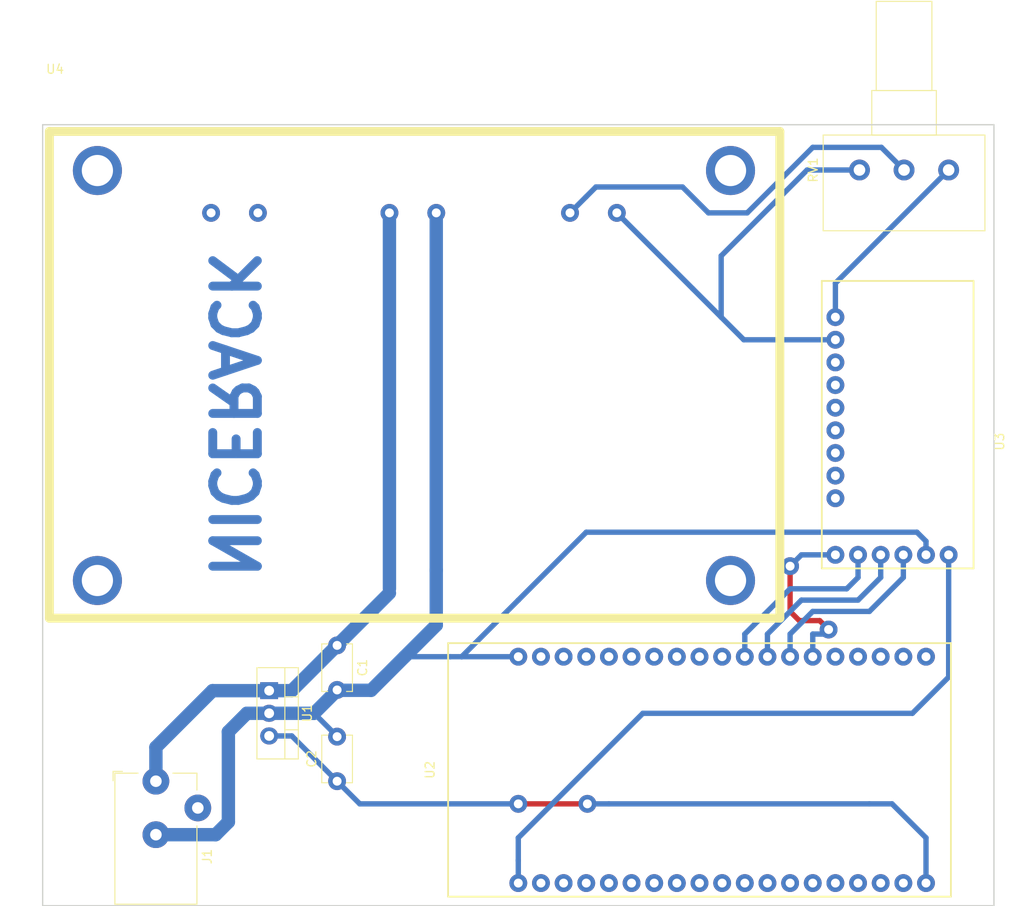
<source format=kicad_pcb>
(kicad_pcb (version 20171130) (host pcbnew "(5.0.1-3-g963ef8bb5)")

  (general
    (thickness 1.6)
    (drawings 5)
    (tracks 93)
    (zones 0)
    (modules 8)
    (nets 50)
  )

  (page A4)
  (layers
    (0 F.Cu signal)
    (31 B.Cu signal)
    (32 B.Adhes user)
    (33 F.Adhes user)
    (34 B.Paste user)
    (35 F.Paste user)
    (36 B.SilkS user)
    (37 F.SilkS user)
    (38 B.Mask user)
    (39 F.Mask user)
    (40 Dwgs.User user)
    (41 Cmts.User user)
    (42 Eco1.User user)
    (43 Eco2.User user)
    (44 Edge.Cuts user)
    (45 Margin user)
    (46 B.CrtYd user)
    (47 F.CrtYd user)
    (48 B.Fab user)
    (49 F.Fab user)
  )

  (setup
    (last_trace_width 0.6)
    (trace_clearance 0.5)
    (zone_clearance 0.508)
    (zone_45_only no)
    (trace_min 0.2)
    (segment_width 0.2)
    (edge_width 0.15)
    (via_size 2)
    (via_drill 1)
    (via_min_size 0.4)
    (via_min_drill 0.3)
    (uvia_size 0.3)
    (uvia_drill 0.1)
    (uvias_allowed no)
    (uvia_min_size 0.2)
    (uvia_min_drill 0.1)
    (pcb_text_width 0.3)
    (pcb_text_size 1.5 1.5)
    (mod_edge_width 0.15)
    (mod_text_size 1 1)
    (mod_text_width 0.15)
    (pad_size 2 2)
    (pad_drill 1)
    (pad_to_mask_clearance 0.051)
    (solder_mask_min_width 0.25)
    (aux_axis_origin 0 0)
    (visible_elements FFFFFF7F)
    (pcbplotparams
      (layerselection 0x01000_ffffffff)
      (usegerberextensions false)
      (usegerberattributes false)
      (usegerberadvancedattributes false)
      (creategerberjobfile false)
      (excludeedgelayer true)
      (linewidth 0.100000)
      (plotframeref false)
      (viasonmask false)
      (mode 1)
      (useauxorigin false)
      (hpglpennumber 1)
      (hpglpenspeed 20)
      (hpglpendiameter 15.000000)
      (psnegative false)
      (psa4output false)
      (plotreference true)
      (plotvalue true)
      (plotinvisibletext false)
      (padsonsilk false)
      (subtractmaskfromsilk false)
      (outputformat 1)
      (mirror false)
      (drillshape 0)
      (scaleselection 1)
      (outputdirectory "../../../../../../../Volumes/NO NAME/"))
  )

  (net 0 "")
  (net 1 /OUT-)
  (net 2 /OUT+)
  (net 3 +12V)
  (net 4 GND)
  (net 5 "Net-(RV1-Pad2)")
  (net 6 +3V3)
  (net 7 /WS)
  (net 8 /DO)
  (net 9 /BCK)
  (net 10 /MCK)
  (net 11 "Net-(U3-Pad7)")
  (net 12 "Net-(U3-Pad8)")
  (net 13 "Net-(U3-Pad9)")
  (net 14 "Net-(U3-Pad10)")
  (net 15 "Net-(U3-Pad11)")
  (net 16 "Net-(U3-Pad12)")
  (net 17 /IN+)
  (net 18 "Net-(U2-Pad2)")
  (net 19 "Net-(U2-Pad3)")
  (net 20 "Net-(U2-Pad4)")
  (net 21 "Net-(U2-Pad5)")
  (net 22 "Net-(U2-Pad6)")
  (net 23 "Net-(U2-Pad11)")
  (net 24 /DBUG)
  (net 25 "Net-(U2-Pad13)")
  (net 26 "Net-(U2-Pad15)")
  (net 27 "Net-(U2-Pad16)")
  (net 28 "Net-(U2-Pad17)")
  (net 29 "Net-(U2-Pad18)")
  (net 30 +5V)
  (net 31 "Net-(U2-Pad21)")
  (net 32 "Net-(U2-Pad22)")
  (net 33 "Net-(U2-Pad23)")
  (net 34 "Net-(U2-Pad24)")
  (net 35 "Net-(U2-Pad25)")
  (net 36 "Net-(U2-Pad27)")
  (net 37 "Net-(U2-Pad28)")
  (net 38 "Net-(U2-Pad34)")
  (net 39 "Net-(U2-Pad35)")
  (net 40 "Net-(U2-Pad36)")
  (net 41 "Net-(U2-Pad37)")
  (net 42 "Net-(U2-Pad38)")
  (net 43 "Net-(J1-Pad3)")
  (net 44 "Net-(U2-Pad7)")
  (net 45 "Net-(U2-Pad8)")
  (net 46 "Net-(U2-Pad9)")
  (net 47 "Net-(U2-Pad10)")
  (net 48 "Net-(U2-Pad29)")
  (net 49 GNDA)

  (net_class Default "This is the default net class."
    (clearance 0.5)
    (trace_width 0.6)
    (via_dia 2)
    (via_drill 1)
    (uvia_dia 0.3)
    (uvia_drill 0.1)
    (add_net +12V)
    (add_net +3V3)
    (add_net +5V)
    (add_net /BCK)
    (add_net /DBUG)
    (add_net /DO)
    (add_net /IN+)
    (add_net /MCK)
    (add_net /OUT+)
    (add_net /OUT-)
    (add_net /WS)
    (add_net GND)
    (add_net GNDA)
    (add_net "Net-(J1-Pad3)")
    (add_net "Net-(RV1-Pad2)")
    (add_net "Net-(U2-Pad10)")
    (add_net "Net-(U2-Pad11)")
    (add_net "Net-(U2-Pad13)")
    (add_net "Net-(U2-Pad15)")
    (add_net "Net-(U2-Pad16)")
    (add_net "Net-(U2-Pad17)")
    (add_net "Net-(U2-Pad18)")
    (add_net "Net-(U2-Pad2)")
    (add_net "Net-(U2-Pad21)")
    (add_net "Net-(U2-Pad22)")
    (add_net "Net-(U2-Pad23)")
    (add_net "Net-(U2-Pad24)")
    (add_net "Net-(U2-Pad25)")
    (add_net "Net-(U2-Pad27)")
    (add_net "Net-(U2-Pad28)")
    (add_net "Net-(U2-Pad29)")
    (add_net "Net-(U2-Pad3)")
    (add_net "Net-(U2-Pad34)")
    (add_net "Net-(U2-Pad35)")
    (add_net "Net-(U2-Pad36)")
    (add_net "Net-(U2-Pad37)")
    (add_net "Net-(U2-Pad38)")
    (add_net "Net-(U2-Pad4)")
    (add_net "Net-(U2-Pad5)")
    (add_net "Net-(U2-Pad6)")
    (add_net "Net-(U2-Pad7)")
    (add_net "Net-(U2-Pad8)")
    (add_net "Net-(U2-Pad9)")
    (add_net "Net-(U3-Pad10)")
    (add_net "Net-(U3-Pad11)")
    (add_net "Net-(U3-Pad12)")
    (add_net "Net-(U3-Pad7)")
    (add_net "Net-(U3-Pad8)")
    (add_net "Net-(U3-Pad9)")
  )

  (module "gregoryx:ESP32 DEVKITC" (layer F.Cu) (tedit 6271D2A4) (tstamp 627E0800)
    (at 104.14 118.11 90)
    (path /626EC3CB)
    (fp_text reference U2 (at 0 -7.366 90) (layer F.SilkS)
      (effects (font (size 1 1) (thickness 0.15)))
    )
    (fp_text value ESP32DEVKITC (at 0 -9.906 90) (layer F.Fab)
      (effects (font (size 1 1) (thickness 0.15)))
    )
    (fp_line (start -14.224 53.34) (end -14.224 -5.334) (layer F.CrtYd) (width 0.2))
    (fp_line (start 14.224 53.34) (end -14.224 53.34) (layer F.CrtYd) (width 0.2))
    (fp_line (start 14.224 -5.334) (end 14.224 53.34) (layer F.CrtYd) (width 0.2))
    (fp_line (start -14.224 -5.334) (end 14.224 -5.334) (layer F.CrtYd) (width 0.2))
    (fp_line (start -14.224 51.054) (end -14.224 -5.334) (layer F.SilkS) (width 0.2))
    (fp_line (start 14.224 51.054) (end -14.224 51.054) (layer F.SilkS) (width 0.2))
    (fp_line (start 14.224 -5.334) (end 14.224 51.054) (layer F.SilkS) (width 0.2))
    (fp_line (start -14.224 -5.334) (end 14.224 -5.334) (layer F.SilkS) (width 0.2))
    (fp_line (start -13.97 50.8) (end -13.97 -5.08) (layer F.Fab) (width 0.2))
    (fp_line (start 13.97 50.8) (end -13.97 50.8) (layer F.Fab) (width 0.2))
    (fp_line (start 13.97 -5.08) (end 13.97 50.8) (layer F.Fab) (width 0.2))
    (fp_line (start -13.97 -5.08) (end 13.97 -5.08) (layer F.Fab) (width 0.2))
    (pad 38 thru_hole circle (at 12.7 48.26 90) (size 2 2) (drill 1) (layers *.Cu *.Mask)
      (net 42 "Net-(U2-Pad38)"))
    (pad 37 thru_hole circle (at 12.7 45.72 90) (size 2 2) (drill 1) (layers *.Cu *.Mask)
      (net 41 "Net-(U2-Pad37)"))
    (pad 36 thru_hole circle (at 12.7 43.18 90) (size 2 2) (drill 1) (layers *.Cu *.Mask)
      (net 40 "Net-(U2-Pad36)"))
    (pad 35 thru_hole circle (at 12.7 40.64 90) (size 2 2) (drill 1) (layers *.Cu *.Mask)
      (net 39 "Net-(U2-Pad35)"))
    (pad 34 thru_hole circle (at 12.7 38.1 90) (size 2 2) (drill 1) (layers *.Cu *.Mask)
      (net 38 "Net-(U2-Pad34)"))
    (pad 33 thru_hole circle (at 12.7 35.56 90) (size 2 2) (drill 1) (layers *.Cu *.Mask)
      (net 10 /MCK))
    (pad 32 thru_hole circle (at 12.7 33.02 90) (size 2 2) (drill 1) (layers *.Cu *.Mask)
      (net 7 /WS))
    (pad 31 thru_hole circle (at 12.7 30.48 90) (size 2 2) (drill 1) (layers *.Cu *.Mask)
      (net 8 /DO))
    (pad 30 thru_hole circle (at 12.7 27.94 90) (size 2 2) (drill 1) (layers *.Cu *.Mask)
      (net 9 /BCK))
    (pad 29 thru_hole circle (at 12.7 25.4 90) (size 2 2) (drill 1) (layers *.Cu *.Mask)
      (net 48 "Net-(U2-Pad29)"))
    (pad 28 thru_hole circle (at 12.7 22.86 90) (size 2 2) (drill 1) (layers *.Cu *.Mask)
      (net 37 "Net-(U2-Pad28)"))
    (pad 27 thru_hole circle (at 12.7 20.32 90) (size 2 2) (drill 1) (layers *.Cu *.Mask)
      (net 36 "Net-(U2-Pad27)"))
    (pad 26 thru_hole circle (at 12.7 17.78 90) (size 2 2) (drill 1) (layers *.Cu *.Mask)
      (net 4 GND))
    (pad 25 thru_hole circle (at 12.7 15.24 90) (size 2 2) (drill 1) (layers *.Cu *.Mask)
      (net 35 "Net-(U2-Pad25)"))
    (pad 24 thru_hole circle (at 12.7 12.7 90) (size 2 2) (drill 1) (layers *.Cu *.Mask)
      (net 34 "Net-(U2-Pad24)"))
    (pad 23 thru_hole circle (at 12.7 10.16 90) (size 2 2) (drill 1) (layers *.Cu *.Mask)
      (net 33 "Net-(U2-Pad23)"))
    (pad 22 thru_hole circle (at 12.7 7.62 90) (size 2 2) (drill 1) (layers *.Cu *.Mask)
      (net 32 "Net-(U2-Pad22)"))
    (pad 21 thru_hole circle (at 12.7 5.08 90) (size 2 2) (drill 1) (layers *.Cu *.Mask)
      (net 31 "Net-(U2-Pad21)"))
    (pad 20 thru_hole circle (at 12.7 2.54 90) (size 2 2) (drill 1) (layers *.Cu *.Mask)
      (net 4 GND))
    (pad 19 thru_hole circle (at -12.7 48.26 90) (size 2 2) (drill 1) (layers *.Cu *.Mask)
      (net 30 +5V))
    (pad 18 thru_hole circle (at -12.7 45.72 90) (size 2 2) (drill 1) (layers *.Cu *.Mask)
      (net 29 "Net-(U2-Pad18)"))
    (pad 17 thru_hole circle (at -12.7 43.18 90) (size 2 2) (drill 1) (layers *.Cu *.Mask)
      (net 28 "Net-(U2-Pad17)"))
    (pad 16 thru_hole circle (at -12.7 40.64 90) (size 2 2) (drill 1) (layers *.Cu *.Mask)
      (net 27 "Net-(U2-Pad16)"))
    (pad 15 thru_hole circle (at -12.7 38.1 90) (size 2 2) (drill 1) (layers *.Cu *.Mask)
      (net 26 "Net-(U2-Pad15)"))
    (pad 14 thru_hole circle (at -12.7 35.56 90) (size 2 2) (drill 1) (layers *.Cu *.Mask)
      (net 4 GND))
    (pad 13 thru_hole circle (at -12.7 33.02 90) (size 2 2) (drill 1) (layers *.Cu *.Mask)
      (net 25 "Net-(U2-Pad13)"))
    (pad 12 thru_hole circle (at -12.7 30.48 90) (size 2 2) (drill 1) (layers *.Cu *.Mask)
      (net 24 /DBUG))
    (pad 11 thru_hole circle (at -12.7 27.94 90) (size 2 2) (drill 1) (layers *.Cu *.Mask)
      (net 23 "Net-(U2-Pad11)"))
    (pad 10 thru_hole circle (at -12.7 25.4 90) (size 2 2) (drill 1) (layers *.Cu *.Mask)
      (net 47 "Net-(U2-Pad10)"))
    (pad 9 thru_hole circle (at -12.7 22.86 90) (size 2 2) (drill 1) (layers *.Cu *.Mask)
      (net 46 "Net-(U2-Pad9)"))
    (pad 8 thru_hole circle (at -12.7 20.32 90) (size 2 2) (drill 1) (layers *.Cu *.Mask)
      (net 45 "Net-(U2-Pad8)"))
    (pad 7 thru_hole circle (at -12.7 17.78 90) (size 2 2) (drill 1) (layers *.Cu *.Mask)
      (net 44 "Net-(U2-Pad7)"))
    (pad 6 thru_hole circle (at -12.7 15.24 90) (size 2 2) (drill 1) (layers *.Cu *.Mask)
      (net 22 "Net-(U2-Pad6)"))
    (pad 5 thru_hole circle (at -12.7 12.7 90) (size 2 2) (drill 1) (layers *.Cu *.Mask)
      (net 21 "Net-(U2-Pad5)"))
    (pad 4 thru_hole circle (at -12.7 10.16 90) (size 2 2) (drill 1) (layers *.Cu *.Mask)
      (net 20 "Net-(U2-Pad4)"))
    (pad 3 thru_hole circle (at -12.7 7.62 90) (size 2 2) (drill 1) (layers *.Cu *.Mask)
      (net 19 "Net-(U2-Pad3)"))
    (pad 2 thru_hole circle (at -12.7 5.08 90) (size 2 2) (drill 1) (layers *.Cu *.Mask)
      (net 18 "Net-(U2-Pad2)"))
    (pad 1 thru_hole circle (at -12.7 2.54 90) (size 2 2) (drill 1) (layers *.Cu *.Mask)
      (net 6 +3V3))
  )

  (module gregoryx:TPA3116_BOARD (layer F.Cu) (tedit 6271659C) (tstamp 627E07AB)
    (at 54.729001 47.109001)
    (path /62724331)
    (fp_text reference U4 (at 0 -7.62) (layer F.SilkS)
      (effects (font (size 1 1) (thickness 0.15)))
    )
    (fp_text value TPA3116_BOARD (at 0 -10.16) (layer F.Fab)
      (effects (font (size 1 1) (thickness 0.15)))
    )
    (fp_line (start 0 0) (end 80.5 0) (layer F.Fab) (width 1))
    (fp_line (start 80.645 0) (end 80.645 53.5) (layer F.Fab) (width 1))
    (fp_line (start 80.645 53.5) (end 0 53.5) (layer F.Fab) (width 1))
    (fp_line (start 0 53.34) (end 0 0) (layer F.Fab) (width 1))
    (fp_line (start -0.635 -0.635) (end 81.28 -0.635) (layer F.SilkS) (width 1))
    (fp_line (start 81.28 -0.635) (end 81.28 53.975) (layer F.SilkS) (width 1))
    (fp_line (start 81.28 53.975) (end -0.635 53.975) (layer F.SilkS) (width 1))
    (fp_line (start -0.635 53.975) (end -0.635 -0.635) (layer F.SilkS) (width 1))
    (fp_line (start -0.635 -0.635) (end 81.28 -0.635) (layer F.CrtYd) (width 1))
    (fp_line (start 81.28 -0.635) (end 81.28 53.975) (layer F.CrtYd) (width 1))
    (fp_line (start 81.28 53.975) (end -0.635 53.975) (layer F.CrtYd) (width 1))
    (fp_line (start -0.635 53.975) (end -0.635 -0.635) (layer F.CrtYd) (width 1))
    (pad "" thru_hole circle (at 4.75 3.75) (size 5.5 5.5) (drill 3.5) (layers *.Cu *.Mask))
    (pad "" thru_hole circle (at 75.75 3.75) (size 5.5 5.5) (drill 3.5) (layers *.Cu *.Mask))
    (pad "" thru_hole circle (at 4.75 49.75) (size 5.5 5.5) (drill 3.5) (layers *.Cu *.Mask))
    (pad "" thru_hole circle (at 75.75 49.75) (size 5.5 5.5) (drill 3.5) (layers *.Cu *.Mask))
    (pad 6 thru_hole circle (at 17.5 8.5) (size 2 2) (drill 1) (layers *.Cu *.Mask)
      (net 1 /OUT-))
    (pad 5 thru_hole circle (at 22.75 8.5) (size 2 2) (drill 1) (layers *.Cu *.Mask)
      (net 2 /OUT+))
    (pad 4 thru_hole circle (at 37.5 8.5) (size 2 2) (drill 1) (layers *.Cu *.Mask)
      (net 3 +12V))
    (pad 3 thru_hole circle (at 42.75 8.5) (size 2 2) (drill 1) (layers *.Cu *.Mask)
      (net 4 GND))
    (pad 2 thru_hole circle (at 57.75 8.5) (size 2 2) (drill 1) (layers *.Cu *.Mask)
      (net 5 "Net-(RV1-Pad2)"))
    (pad 1 thru_hole circle (at 63 8.5) (size 2 2) (drill 1) (layers *.Cu *.Mask)
      (net 49 GNDA))
  )

  (module gregoryx:PCM5102_BREAKOUT (layer F.Cu) (tedit 626EBB80) (tstamp 627E07CA)
    (at 157.48 81.28 270)
    (path /626ED34D)
    (fp_text reference U3 (at 0 -3.175 270) (layer F.SilkS)
      (effects (font (size 1 1) (thickness 0.15)))
    )
    (fp_text value PCM5102_BREAKOUT (at 0 -5.08 270) (layer F.Fab)
      (effects (font (size 1 1) (thickness 0.15)))
    )
    (fp_line (start 13.97 0) (end 13.97 16.51) (layer F.Fab) (width 0.2))
    (fp_line (start 13.97 16.51) (end -17.78 16.51) (layer F.Fab) (width 0.2))
    (fp_line (start -17.78 16.51) (end -17.78 0) (layer F.Fab) (width 0.2))
    (fp_line (start -17.78 0) (end 13.97 0) (layer F.Fab) (width 0.2))
    (fp_line (start -18.034 -0.254) (end 14.224 -0.254) (layer F.SilkS) (width 0.2))
    (fp_line (start 14.224 -0.254) (end 14.224 16.764) (layer F.SilkS) (width 0.2))
    (fp_line (start 14.224 16.764) (end -18.034 16.764) (layer F.SilkS) (width 0.2))
    (fp_line (start -18.034 16.764) (end -18.034 -0.254) (layer F.SilkS) (width 0.2))
    (fp_line (start -18.415 -1.27) (end 14.605 -1.27) (layer F.CrtYd) (width 0.2))
    (fp_line (start 14.605 -1.27) (end 14.605 17.145) (layer F.CrtYd) (width 0.2))
    (fp_line (start 14.605 17.145) (end -18.415 17.145) (layer F.CrtYd) (width 0.2))
    (fp_line (start -18.415 17.145) (end -18.415 -1.27) (layer F.CrtYd) (width 0.2))
    (pad 1 thru_hole circle (at 12.7 2.54 270) (size 2 2) (drill 1) (layers *.Cu *.Mask)
      (net 6 +3V3))
    (pad 2 thru_hole circle (at 12.7 5.08 270) (size 2 2) (drill 1) (layers *.Cu *.Mask)
      (net 4 GND))
    (pad 3 thru_hole circle (at 12.7 7.62 270) (size 2 2) (drill 1) (layers *.Cu *.Mask)
      (net 7 /WS))
    (pad 4 thru_hole circle (at 12.7 10.16 270) (size 2 2) (drill 1) (layers *.Cu *.Mask)
      (net 8 /DO))
    (pad 5 thru_hole circle (at 12.7 12.7 270) (size 2 2) (drill 1) (layers *.Cu *.Mask)
      (net 9 /BCK))
    (pad 6 thru_hole circle (at 12.7 15.24 270) (size 2 2) (drill 1) (layers *.Cu *.Mask)
      (net 10 /MCK))
    (pad 7 thru_hole circle (at 6.35 15.24 270) (size 2 2) (drill 1) (layers *.Cu *.Mask)
      (net 11 "Net-(U3-Pad7)"))
    (pad 8 thru_hole circle (at 3.81 15.24 270) (size 2 2) (drill 1) (layers *.Cu *.Mask)
      (net 12 "Net-(U3-Pad8)"))
    (pad 9 thru_hole circle (at 1.27 15.24 270) (size 2 2) (drill 1) (layers *.Cu *.Mask)
      (net 13 "Net-(U3-Pad9)"))
    (pad 10 thru_hole circle (at -1.27 15.24 270) (size 2 2) (drill 1) (layers *.Cu *.Mask)
      (net 14 "Net-(U3-Pad10)"))
    (pad "" thru_hole circle (at -3.81 15.24 270) (size 2 2) (drill 1) (layers *.Cu *.Mask))
    (pad 11 thru_hole circle (at -6.35 15.24 270) (size 2 2) (drill 1) (layers *.Cu *.Mask)
      (net 15 "Net-(U3-Pad11)"))
    (pad 12 thru_hole circle (at -8.89 15.24 270) (size 2 2) (drill 1) (layers *.Cu *.Mask)
      (net 16 "Net-(U3-Pad12)"))
    (pad 13 thru_hole circle (at -11.43 15.24 270) (size 2 2) (drill 1) (layers *.Cu *.Mask)
      (net 49 GNDA))
    (pad 14 thru_hole circle (at -13.97 15.24 270) (size 2 2) (drill 1) (layers *.Cu *.Mask)
      (net 17 /IN+))
  )

  (module gregoryx:2.1mm_barrel (layer F.Cu) (tedit 627174A3) (tstamp 627E0823)
    (at 66.04 119.38 90)
    (descr "DC Barrel Jack")
    (tags "Power Jack")
    (path /626EC626)
    (fp_text reference J1 (at -8.45 5.75 90) (layer F.SilkS)
      (effects (font (size 1 1) (thickness 0.15)))
    )
    (fp_text value Conn_01x03_Female (at -6.2 -5.5 90) (layer F.Fab)
      (effects (font (size 1 1) (thickness 0.15)))
    )
    (fp_text user %R (at -3 -2.95 90) (layer F.Fab)
      (effects (font (size 1 1) (thickness 0.15)))
    )
    (fp_line (start -0.003213 -4.505425) (end 0.8 -3.75) (layer F.Fab) (width 0.1))
    (fp_line (start 1.1 -3.75) (end 1.1 -4.8) (layer F.SilkS) (width 0.12))
    (fp_line (start 0.05 -4.8) (end 1.1 -4.8) (layer F.SilkS) (width 0.12))
    (fp_line (start 1 -4.5) (end 1 -4.75) (layer F.CrtYd) (width 0.05))
    (fp_line (start 1 -4.75) (end -14 -4.75) (layer F.CrtYd) (width 0.05))
    (fp_line (start 1 -4.5) (end 1 -2) (layer F.CrtYd) (width 0.05))
    (fp_line (start 1 -2) (end 2 -2) (layer F.CrtYd) (width 0.05))
    (fp_line (start 2 -2) (end 2 2) (layer F.CrtYd) (width 0.05))
    (fp_line (start 2 2) (end 1 2) (layer F.CrtYd) (width 0.05))
    (fp_line (start 1 2) (end 1 4.75) (layer F.CrtYd) (width 0.05))
    (fp_line (start 1 4.75) (end -1 4.75) (layer F.CrtYd) (width 0.05))
    (fp_line (start -1 4.75) (end -1 6.75) (layer F.CrtYd) (width 0.05))
    (fp_line (start -1 6.75) (end -5 6.75) (layer F.CrtYd) (width 0.05))
    (fp_line (start -5 6.75) (end -5 4.75) (layer F.CrtYd) (width 0.05))
    (fp_line (start -5 4.75) (end -14 4.75) (layer F.CrtYd) (width 0.05))
    (fp_line (start -14 4.75) (end -14 -4.75) (layer F.CrtYd) (width 0.05))
    (fp_line (start -5 4.6) (end -13.8 4.6) (layer F.SilkS) (width 0.12))
    (fp_line (start -13.8 4.6) (end -13.8 -4.6) (layer F.SilkS) (width 0.12))
    (fp_line (start 0.9 1.9) (end 0.9 4.6) (layer F.SilkS) (width 0.12))
    (fp_line (start 0.9 4.6) (end -1 4.6) (layer F.SilkS) (width 0.12))
    (fp_line (start -13.8 -4.6) (end 0.9 -4.6) (layer F.SilkS) (width 0.12))
    (fp_line (start 0.9 -4.6) (end 0.9 -2) (layer F.SilkS) (width 0.12))
    (fp_line (start -10.2 -4.5) (end -10.2 4.5) (layer F.Fab) (width 0.1))
    (fp_line (start -13.7 -4.5) (end -13.7 4.5) (layer F.Fab) (width 0.1))
    (fp_line (start -13.7 4.5) (end 0.8 4.5) (layer F.Fab) (width 0.1))
    (fp_line (start 0.8 4.5) (end 0.8 -3.75) (layer F.Fab) (width 0.1))
    (fp_line (start 0 -4.5) (end -13.7 -4.5) (layer F.Fab) (width 0.1))
    (pad 1 thru_hole circle (at 0 0 90) (size 3 3) (drill 1.3) (layers *.Cu *.Mask)
      (net 3 +12V))
    (pad 2 thru_hole circle (at -6 0 90) (size 3 3) (drill 1.3) (layers *.Cu *.Mask)
      (net 4 GND))
    (pad 3 thru_hole circle (at -3 4.7 90) (size 3 3) (drill 1.3) (layers *.Cu *.Mask)
      (net 43 "Net-(J1-Pad3)"))
    (model ${KISYS3DMOD}/Connector_BarrelJack.3dshapes/BarrelJack_Horizontal.wrl
      (at (xyz 0 0 0))
      (scale (xyz 1 1 1))
      (rotate (xyz 0 0 0))
    )
  )

  (module Potentiometer_THT:Potentiometer_Alps_RK163_Single_Horizontal (layer F.Cu) (tedit 5A3D4993) (tstamp 627E085C)
    (at 154.94 50.8 90)
    (descr "Potentiometer, horizontal, Alps RK163 Single, http://www.alps.com/prod/info/E/HTML/Potentiometer/RotaryPotentiometers/RK16/RK16_list.html")
    (tags "Potentiometer horizontal Alps RK163 Single")
    (path /626EC739)
    (fp_text reference RV1 (at 0 -15.2 90) (layer F.SilkS)
      (effects (font (size 1 1) (thickness 0.15)))
    )
    (fp_text value R_POT (at 0 5.2 90) (layer F.Fab)
      (effects (font (size 1 1) (thickness 0.15)))
    )
    (fp_line (start -6.7 -13.95) (end -6.7 3.95) (layer F.Fab) (width 0.1))
    (fp_line (start -6.7 3.95) (end 3.8 3.95) (layer F.Fab) (width 0.1))
    (fp_line (start 3.8 3.95) (end 3.8 -13.95) (layer F.Fab) (width 0.1))
    (fp_line (start 3.8 -13.95) (end -6.7 -13.95) (layer F.Fab) (width 0.1))
    (fp_line (start 3.8 -8.5) (end 3.8 -1.5) (layer F.Fab) (width 0.1))
    (fp_line (start 3.8 -1.5) (end 8.8 -1.5) (layer F.Fab) (width 0.1))
    (fp_line (start 8.8 -1.5) (end 8.8 -8.5) (layer F.Fab) (width 0.1))
    (fp_line (start 8.8 -8.5) (end 3.8 -8.5) (layer F.Fab) (width 0.1))
    (fp_line (start 8.8 -8) (end 8.8 -2) (layer F.Fab) (width 0.1))
    (fp_line (start 8.8 -2) (end 18.8 -2) (layer F.Fab) (width 0.1))
    (fp_line (start 18.8 -2) (end 18.8 -8) (layer F.Fab) (width 0.1))
    (fp_line (start 18.8 -8) (end 8.8 -8) (layer F.Fab) (width 0.1))
    (fp_line (start -6.82 -14.07) (end 3.92 -14.07) (layer F.SilkS) (width 0.12))
    (fp_line (start -6.82 4.07) (end 3.92 4.07) (layer F.SilkS) (width 0.12))
    (fp_line (start -6.82 -14.07) (end -6.82 4.07) (layer F.SilkS) (width 0.12))
    (fp_line (start 3.92 -14.07) (end 3.92 4.07) (layer F.SilkS) (width 0.12))
    (fp_line (start 3.92 -8.62) (end 8.92 -8.62) (layer F.SilkS) (width 0.12))
    (fp_line (start 3.92 -1.38) (end 8.92 -1.38) (layer F.SilkS) (width 0.12))
    (fp_line (start 3.92 -8.62) (end 3.92 -1.38) (layer F.SilkS) (width 0.12))
    (fp_line (start 8.92 -8.62) (end 8.92 -1.38) (layer F.SilkS) (width 0.12))
    (fp_line (start 8.92 -8.12) (end 18.92 -8.12) (layer F.SilkS) (width 0.12))
    (fp_line (start 8.92 -1.879) (end 18.92 -1.879) (layer F.SilkS) (width 0.12))
    (fp_line (start 8.92 -8.12) (end 8.92 -1.879) (layer F.SilkS) (width 0.12))
    (fp_line (start 18.92 -8.12) (end 18.92 -1.879) (layer F.SilkS) (width 0.12))
    (fp_line (start -6.95 -14.2) (end -6.95 4.2) (layer F.CrtYd) (width 0.05))
    (fp_line (start -6.95 4.2) (end 19.05 4.2) (layer F.CrtYd) (width 0.05))
    (fp_line (start 19.05 4.2) (end 19.05 -14.2) (layer F.CrtYd) (width 0.05))
    (fp_line (start 19.05 -14.2) (end -6.95 -14.2) (layer F.CrtYd) (width 0.05))
    (fp_text user %R (at -1.45 -5 90) (layer F.Fab)
      (effects (font (size 1 1) (thickness 0.15)))
    )
    (pad 3 thru_hole circle (at 0 -10 90) (size 2.34 2.34) (drill 1.3) (layers *.Cu *.Mask)
      (net 49 GNDA))
    (pad 2 thru_hole circle (at 0 -5 90) (size 2.34 2.34) (drill 1.3) (layers *.Cu *.Mask)
      (net 5 "Net-(RV1-Pad2)"))
    (pad 1 thru_hole circle (at 0 0 90) (size 2.34 2.34) (drill 1.3) (layers *.Cu *.Mask)
      (net 17 /IN+))
    (model ${KISYS3DMOD}/Potentiometer_THT.3dshapes/Potentiometer_Alps_RK163_Single_Horizontal.wrl
      (at (xyz 0 0 0))
      (scale (xyz 1 1 1))
      (rotate (xyz 0 0 0))
    )
  )

  (module Package_TO_SOT_THT:TO-220-3_Vertical (layer F.Cu) (tedit 5AC8BA0D) (tstamp 627E0876)
    (at 78.74 109.22 270)
    (descr "TO-220-3, Vertical, RM 2.54mm, see https://www.vishay.com/docs/66542/to-220-1.pdf")
    (tags "TO-220-3 Vertical RM 2.54mm")
    (path /626EC4FC)
    (fp_text reference U1 (at 2.54 -4.27 270) (layer F.SilkS)
      (effects (font (size 1 1) (thickness 0.15)))
    )
    (fp_text value L7805 (at 2.54 2.5 270) (layer F.Fab)
      (effects (font (size 1 1) (thickness 0.15)))
    )
    (fp_line (start -2.46 -3.15) (end -2.46 1.25) (layer F.Fab) (width 0.1))
    (fp_line (start -2.46 1.25) (end 7.54 1.25) (layer F.Fab) (width 0.1))
    (fp_line (start 7.54 1.25) (end 7.54 -3.15) (layer F.Fab) (width 0.1))
    (fp_line (start 7.54 -3.15) (end -2.46 -3.15) (layer F.Fab) (width 0.1))
    (fp_line (start -2.46 -1.88) (end 7.54 -1.88) (layer F.Fab) (width 0.1))
    (fp_line (start 0.69 -3.15) (end 0.69 -1.88) (layer F.Fab) (width 0.1))
    (fp_line (start 4.39 -3.15) (end 4.39 -1.88) (layer F.Fab) (width 0.1))
    (fp_line (start -2.58 -3.27) (end 7.66 -3.27) (layer F.SilkS) (width 0.12))
    (fp_line (start -2.58 1.371) (end 7.66 1.371) (layer F.SilkS) (width 0.12))
    (fp_line (start -2.58 -3.27) (end -2.58 1.371) (layer F.SilkS) (width 0.12))
    (fp_line (start 7.66 -3.27) (end 7.66 1.371) (layer F.SilkS) (width 0.12))
    (fp_line (start -2.58 -1.76) (end 7.66 -1.76) (layer F.SilkS) (width 0.12))
    (fp_line (start 0.69 -3.27) (end 0.69 -1.76) (layer F.SilkS) (width 0.12))
    (fp_line (start 4.391 -3.27) (end 4.391 -1.76) (layer F.SilkS) (width 0.12))
    (fp_line (start -2.71 -3.4) (end -2.71 1.51) (layer F.CrtYd) (width 0.05))
    (fp_line (start -2.71 1.51) (end 7.79 1.51) (layer F.CrtYd) (width 0.05))
    (fp_line (start 7.79 1.51) (end 7.79 -3.4) (layer F.CrtYd) (width 0.05))
    (fp_line (start 7.79 -3.4) (end -2.71 -3.4) (layer F.CrtYd) (width 0.05))
    (fp_text user %R (at 2.54 -4.27 270) (layer F.Fab)
      (effects (font (size 1 1) (thickness 0.15)))
    )
    (pad 1 thru_hole rect (at 0 0 270) (size 1.905 2) (drill 1.1) (layers *.Cu *.Mask)
      (net 3 +12V))
    (pad 2 thru_hole oval (at 2.54 0 270) (size 1.905 2) (drill 1.1) (layers *.Cu *.Mask)
      (net 4 GND))
    (pad 3 thru_hole oval (at 5.08 0 270) (size 1.905 2) (drill 1.1) (layers *.Cu *.Mask)
      (net 30 +5V))
    (model ${KISYS3DMOD}/Package_TO_SOT_THT.3dshapes/TO-220-3_Vertical.wrl
      (at (xyz 0 0 0))
      (scale (xyz 1 1 1))
      (rotate (xyz 0 0 0))
    )
  )

  (module Capacitor_THT:C_Disc_D5.1mm_W3.2mm_P5.00mm (layer F.Cu) (tedit 6271938D) (tstamp 627E2D0E)
    (at 86.36 104.14 270)
    (descr "C, Disc series, Radial, pin pitch=5.00mm, , diameter*width=5.1*3.2mm^2, Capacitor, http://www.vishay.com/docs/45233/krseries.pdf")
    (tags "C Disc series Radial pin pitch 5.00mm  diameter 5.1mm width 3.2mm Capacitor")
    (path /626EF10D)
    (fp_text reference C1 (at 2.5 -2.85 270) (layer F.SilkS)
      (effects (font (size 1 1) (thickness 0.15)))
    )
    (fp_text value 0.1u (at 2.5 2.85 270) (layer F.Fab)
      (effects (font (size 1 1) (thickness 0.15)))
    )
    (fp_line (start -0.05 -1.6) (end -0.05 1.6) (layer F.Fab) (width 0.1))
    (fp_line (start -0.05 1.6) (end 5.05 1.6) (layer F.Fab) (width 0.1))
    (fp_line (start 5.05 1.6) (end 5.05 -1.6) (layer F.Fab) (width 0.1))
    (fp_line (start 5.05 -1.6) (end -0.05 -1.6) (layer F.Fab) (width 0.1))
    (fp_line (start -0.17 -1.721) (end 5.17 -1.721) (layer F.SilkS) (width 0.12))
    (fp_line (start -0.17 1.721) (end 5.17 1.721) (layer F.SilkS) (width 0.12))
    (fp_line (start -0.17 -1.721) (end -0.17 -1.055) (layer F.SilkS) (width 0.12))
    (fp_line (start -0.17 1.055) (end -0.17 1.721) (layer F.SilkS) (width 0.12))
    (fp_line (start 5.17 -1.721) (end 5.17 -1.055) (layer F.SilkS) (width 0.12))
    (fp_line (start 5.17 1.055) (end 5.17 1.721) (layer F.SilkS) (width 0.12))
    (fp_line (start -1.05 -1.85) (end -1.05 1.85) (layer F.CrtYd) (width 0.05))
    (fp_line (start -1.05 1.85) (end 6.05 1.85) (layer F.CrtYd) (width 0.05))
    (fp_line (start 6.05 1.85) (end 6.05 -1.85) (layer F.CrtYd) (width 0.05))
    (fp_line (start 6.05 -1.85) (end -1.05 -1.85) (layer F.CrtYd) (width 0.05))
    (fp_text user %R (at 2.5 0 270) (layer F.Fab)
      (effects (font (size 1 1) (thickness 0.15)))
    )
    (pad 1 thru_hole circle (at 0 0 270) (size 2 2) (drill 1) (layers *.Cu *.Mask)
      (net 3 +12V))
    (pad 2 thru_hole circle (at 5 0 270) (size 2 2) (drill 1) (layers *.Cu *.Mask)
      (net 4 GND))
    (model ${KISYS3DMOD}/Capacitor_THT.3dshapes/C_Disc_D5.1mm_W3.2mm_P5.00mm.wrl
      (at (xyz 0 0 0))
      (scale (xyz 1 1 1))
      (rotate (xyz 0 0 0))
    )
  )

  (module Capacitor_THT:C_Disc_D5.1mm_W3.2mm_P5.00mm (layer F.Cu) (tedit 62719397) (tstamp 627E2D22)
    (at 86.36 119.38 90)
    (descr "C, Disc series, Radial, pin pitch=5.00mm, , diameter*width=5.1*3.2mm^2, Capacitor, http://www.vishay.com/docs/45233/krseries.pdf")
    (tags "C Disc series Radial pin pitch 5.00mm  diameter 5.1mm width 3.2mm Capacitor")
    (path /626EF04B)
    (fp_text reference C2 (at 2.5 -2.85 90) (layer F.SilkS)
      (effects (font (size 1 1) (thickness 0.15)))
    )
    (fp_text value 0.1u (at 2.5 2.85 90) (layer F.Fab)
      (effects (font (size 1 1) (thickness 0.15)))
    )
    (fp_text user %R (at 2.5 0 90) (layer F.Fab)
      (effects (font (size 1 1) (thickness 0.15)))
    )
    (fp_line (start 6.05 -1.85) (end -1.05 -1.85) (layer F.CrtYd) (width 0.05))
    (fp_line (start 6.05 1.85) (end 6.05 -1.85) (layer F.CrtYd) (width 0.05))
    (fp_line (start -1.05 1.85) (end 6.05 1.85) (layer F.CrtYd) (width 0.05))
    (fp_line (start -1.05 -1.85) (end -1.05 1.85) (layer F.CrtYd) (width 0.05))
    (fp_line (start 5.17 1.055) (end 5.17 1.721) (layer F.SilkS) (width 0.12))
    (fp_line (start 5.17 -1.721) (end 5.17 -1.055) (layer F.SilkS) (width 0.12))
    (fp_line (start -0.17 1.055) (end -0.17 1.721) (layer F.SilkS) (width 0.12))
    (fp_line (start -0.17 -1.721) (end -0.17 -1.055) (layer F.SilkS) (width 0.12))
    (fp_line (start -0.17 1.721) (end 5.17 1.721) (layer F.SilkS) (width 0.12))
    (fp_line (start -0.17 -1.721) (end 5.17 -1.721) (layer F.SilkS) (width 0.12))
    (fp_line (start 5.05 -1.6) (end -0.05 -1.6) (layer F.Fab) (width 0.1))
    (fp_line (start 5.05 1.6) (end 5.05 -1.6) (layer F.Fab) (width 0.1))
    (fp_line (start -0.05 1.6) (end 5.05 1.6) (layer F.Fab) (width 0.1))
    (fp_line (start -0.05 -1.6) (end -0.05 1.6) (layer F.Fab) (width 0.1))
    (pad 2 thru_hole circle (at 5 0 90) (size 2 2) (drill 1) (layers *.Cu *.Mask)
      (net 4 GND))
    (pad 1 thru_hole circle (at 0 0 90) (size 2 2) (drill 1) (layers *.Cu *.Mask)
      (net 30 +5V))
    (model ${KISYS3DMOD}/Capacitor_THT.3dshapes/C_Disc_D5.1mm_W3.2mm_P5.00mm.wrl
      (at (xyz 0 0 0))
      (scale (xyz 1 1 1))
      (rotate (xyz 0 0 0))
    )
  )

  (gr_text NICERACK (at 74.676 78.232 270) (layer B.Cu)
    (effects (font (size 5 5) (thickness 1)) (justify mirror))
  )
  (gr_line (start 53.34 45.72) (end 53.34 133.35) (layer Edge.Cuts) (width 0.15))
  (gr_line (start 160.02 133.35) (end 53.34 133.35) (layer Edge.Cuts) (width 0.15))
  (gr_line (start 160.02 45.72) (end 160.02 133.35) (layer Edge.Cuts) (width 0.15))
  (gr_line (start 53.34 45.72) (end 160.02 45.72) (layer Edge.Cuts) (width 0.15))

  (segment (start 66.04 115.57) (end 72.39 109.22) (width 1.5) (layer B.Cu) (net 3))
  (segment (start 72.39 109.22) (end 78.74 109.22) (width 1.5) (layer B.Cu) (net 3))
  (segment (start 78.74 109.22) (end 78.7875 109.22) (width 0.6) (layer B.Cu) (net 3))
  (segment (start 81.28 109.22) (end 86.36 104.14) (width 1.5) (layer B.Cu) (net 3))
  (segment (start 78.74 109.22) (end 81.28 109.22) (width 1.5) (layer B.Cu) (net 3))
  (segment (start 86.36 104.14) (end 92.229001 98.270999) (width 1.5) (layer B.Cu) (net 3))
  (segment (start 92.229001 98.270999) (end 92.229001 97.79) (width 0.6) (layer B.Cu) (net 3))
  (segment (start 92.229001 55.609001) (end 92.229001 97.79) (width 1.5) (layer B.Cu) (net 3))
  (segment (start 66.04 119.38) (end 66.04 115.57) (width 1.5) (layer B.Cu) (net 3))
  (segment (start 83.78 111.76) (end 86.36 109.18) (width 1.5) (layer B.Cu) (net 4))
  (segment (start 78.74 111.76) (end 83.78 111.76) (width 1.5) (layer B.Cu) (net 4))
  (segment (start 86.36 114.34) (end 83.78 111.76) (width 0.6) (layer B.Cu) (net 4))
  (segment (start 97.479001 55.609001) (end 97.479001 95.701001) (width 1.5) (layer B.Cu) (net 4))
  (segment (start 97.479001 95.701001) (end 97.479001 101.870999) (width 1.5) (layer B.Cu) (net 4))
  (segment (start 86.36 109.18) (end 90.17 109.18) (width 1.5) (layer B.Cu) (net 4))
  (segment (start 152.4 92.456) (end 151.384 91.44) (width 0.6) (layer B.Cu) (net 4))
  (segment (start 152.4 93.98) (end 152.4 92.456) (width 0.6) (layer B.Cu) (net 4))
  (segment (start 93.94 105.41) (end 90.17 109.18) (width 1.5) (layer B.Cu) (net 4))
  (segment (start 99.06 105.41) (end 93.94 105.41) (width 0.6) (layer B.Cu) (net 4))
  (segment (start 97.479001 101.870999) (end 93.94 105.41) (width 1.5) (layer B.Cu) (net 4))
  (segment (start 106.68 99.06) (end 100.33 105.41) (width 0.6) (layer B.Cu) (net 4))
  (segment (start 100.33 105.41) (end 106.68 105.41) (width 0.6) (layer B.Cu) (net 4))
  (segment (start 99.06 105.41) (end 100.33 105.41) (width 0.6) (layer B.Cu) (net 4))
  (segment (start 106.68 99.06) (end 114.3 91.44) (width 0.6) (layer B.Cu) (net 4))
  (segment (start 151.384 91.44) (end 114.3 91.44) (width 0.6) (layer B.Cu) (net 4))
  (segment (start 76.24 111.76) (end 78.74 111.76) (width 1.5) (layer B.Cu) (net 4))
  (segment (start 74.168 113.832) (end 76.24 111.76) (width 1.5) (layer B.Cu) (net 4))
  (segment (start 72.74 125.38) (end 74.168 123.952) (width 1.5) (layer B.Cu) (net 4))
  (segment (start 74.168 123.952) (end 74.168 113.832) (width 1.5) (layer B.Cu) (net 4))
  (segment (start 66.04 125.38) (end 72.74 125.38) (width 1.5) (layer B.Cu) (net 4))
  (segment (start 114.279002 53.809) (end 112.479001 55.609001) (width 0.6) (layer B.Cu) (net 5))
  (segment (start 115.383002 52.705) (end 114.279002 53.809) (width 0.6) (layer B.Cu) (net 5))
  (segment (start 125.095 52.705) (end 115.383002 52.705) (width 0.6) (layer B.Cu) (net 5))
  (segment (start 147.4 48.26) (end 139.7 48.26) (width 0.6) (layer B.Cu) (net 5))
  (segment (start 127.999001 55.609001) (end 125.095 52.705) (width 0.6) (layer B.Cu) (net 5))
  (segment (start 139.7 48.26) (end 132.350999 55.609001) (width 0.6) (layer B.Cu) (net 5))
  (segment (start 132.350999 55.609001) (end 127.999001 55.609001) (width 0.6) (layer B.Cu) (net 5))
  (segment (start 149.94 50.8) (end 147.4 48.26) (width 0.6) (layer B.Cu) (net 5))
  (segment (start 154.94 107.696) (end 154.94 93.98) (width 0.6) (layer B.Cu) (net 6))
  (segment (start 150.876 111.76) (end 154.94 107.696) (width 0.6) (layer B.Cu) (net 6))
  (segment (start 120.65 111.76) (end 150.876 111.76) (width 0.6) (layer B.Cu) (net 6))
  (segment (start 106.68 125.73) (end 120.65 111.76) (width 0.6) (layer B.Cu) (net 6))
  (segment (start 106.68 128.27) (end 106.68 125.73) (width 0.6) (layer B.Cu) (net 6))
  (segment (start 106.68 130.81) (end 106.68 128.27) (width 0.6) (layer B.Cu) (net 6))
  (segment (start 137.16 105.41) (end 137.16 102.87) (width 0.6) (layer B.Cu) (net 7))
  (segment (start 149.86 93.98) (end 149.86 96.52) (width 0.6) (layer B.Cu) (net 7))
  (segment (start 137.16 102.87) (end 139.7 100.33) (width 0.6) (layer B.Cu) (net 7))
  (segment (start 146.05 100.33) (end 149.86 96.52) (width 0.6) (layer B.Cu) (net 7))
  (segment (start 139.7 100.33) (end 146.05 100.33) (width 0.6) (layer B.Cu) (net 7))
  (segment (start 134.62 105.41) (end 134.62 102.87) (width 0.6) (layer B.Cu) (net 8))
  (segment (start 147.32 93.98) (end 147.32 96.52) (width 0.6) (layer B.Cu) (net 8))
  (segment (start 147.32 96.52) (end 144.78 99.06) (width 0.6) (layer B.Cu) (net 8))
  (segment (start 144.78 99.06) (end 138.43 99.06) (width 0.6) (layer B.Cu) (net 8))
  (segment (start 134.62 102.87) (end 138.43 99.06) (width 0.6) (layer B.Cu) (net 8))
  (segment (start 132.08 105.41) (end 132.08 102.87) (width 0.6) (layer B.Cu) (net 9))
  (segment (start 144.78 93.98) (end 144.78 96.52) (width 0.6) (layer B.Cu) (net 9))
  (segment (start 132.08 102.87) (end 137.16 97.79) (width 0.6) (layer B.Cu) (net 9))
  (segment (start 137.16 97.79) (end 143.51 97.79) (width 0.6) (layer B.Cu) (net 9))
  (segment (start 144.78 96.52) (end 143.51 97.79) (width 0.6) (layer B.Cu) (net 9))
  (segment (start 142.24 93.98) (end 141.91 93.98) (width 0.6) (layer B.Cu) (net 10))
  (segment (start 139.7 105.41) (end 139.7 102.87) (width 0.6) (layer B.Cu) (net 10))
  (via (at 137.16 95.25) (size 2) (drill 1) (layers F.Cu B.Cu) (net 10))
  (segment (start 137.16 100.33) (end 137.16 95.25) (width 0.6) (layer F.Cu) (net 10))
  (segment (start 137.16 95.25) (end 138.43 93.98) (width 0.6) (layer B.Cu) (net 10))
  (segment (start 138.43 93.98) (end 142.24 93.98) (width 0.6) (layer B.Cu) (net 10))
  (via (at 141.478 102.362) (size 2) (drill 1) (layers F.Cu B.Cu) (net 10))
  (segment (start 140.97 102.87) (end 141.478 102.362) (width 0.6) (layer B.Cu) (net 10))
  (segment (start 139.7 102.87) (end 140.97 102.87) (width 0.6) (layer B.Cu) (net 10))
  (segment (start 138.192001 101.362001) (end 137.16 100.33) (width 0.6) (layer F.Cu) (net 10))
  (segment (start 140.478001 101.362001) (end 138.192001 101.362001) (width 0.6) (layer F.Cu) (net 10))
  (segment (start 141.478 102.362) (end 140.478001 101.362001) (width 0.6) (layer F.Cu) (net 10))
  (segment (start 142.24 63.5) (end 154.94 50.8) (width 0.6) (layer B.Cu) (net 17))
  (segment (start 142.24 67.31) (end 142.24 63.5) (width 0.6) (layer B.Cu) (net 17))
  (segment (start 78.74 114.3) (end 78.7875 114.3) (width 0.6) (layer B.Cu) (net 30))
  (segment (start 81.28 114.3) (end 86.36 119.38) (width 0.6) (layer B.Cu) (net 30))
  (segment (start 78.74 114.3) (end 81.28 114.3) (width 0.6) (layer B.Cu) (net 30))
  (segment (start 146.05 121.92) (end 116.84 121.92) (width 0.6) (layer B.Cu) (net 30))
  (segment (start 152.4 125.73) (end 148.59 121.92) (width 0.6) (layer B.Cu) (net 30))
  (segment (start 148.59 121.92) (end 146.05 121.92) (width 0.6) (layer B.Cu) (net 30))
  (segment (start 152.4 130.81) (end 152.4 125.73) (width 0.6) (layer B.Cu) (net 30))
  (via (at 114.427 121.92) (size 2) (drill 1) (layers F.Cu B.Cu) (net 30))
  (segment (start 116.84 121.92) (end 114.427 121.92) (width 0.6) (layer B.Cu) (net 30))
  (via (at 106.68 121.92) (size 2) (drill 1) (layers F.Cu B.Cu) (net 30))
  (segment (start 114.427 121.92) (end 106.68 121.92) (width 0.6) (layer F.Cu) (net 30))
  (segment (start 88.9 121.92) (end 86.36 119.38) (width 0.6) (layer B.Cu) (net 30))
  (segment (start 106.68 121.92) (end 88.9 121.92) (width 0.6) (layer B.Cu) (net 30))
  (segment (start 142.24 69.85) (end 131.97 69.85) (width 0.6) (layer B.Cu) (net 49))
  (segment (start 126.255 64.135) (end 117.729001 55.609001) (width 0.6) (layer B.Cu) (net 49))
  (segment (start 129.43 60.435) (end 129.43 67.31) (width 0.6) (layer B.Cu) (net 49))
  (segment (start 139.065 50.8) (end 129.43 60.435) (width 0.6) (layer B.Cu) (net 49))
  (segment (start 144.94 50.8) (end 139.065 50.8) (width 0.6) (layer B.Cu) (net 49))
  (segment (start 129.43 67.31) (end 126.255 64.135) (width 0.6) (layer B.Cu) (net 49))
  (segment (start 131.97 69.85) (end 129.43 67.31) (width 0.6) (layer B.Cu) (net 49))

)

</source>
